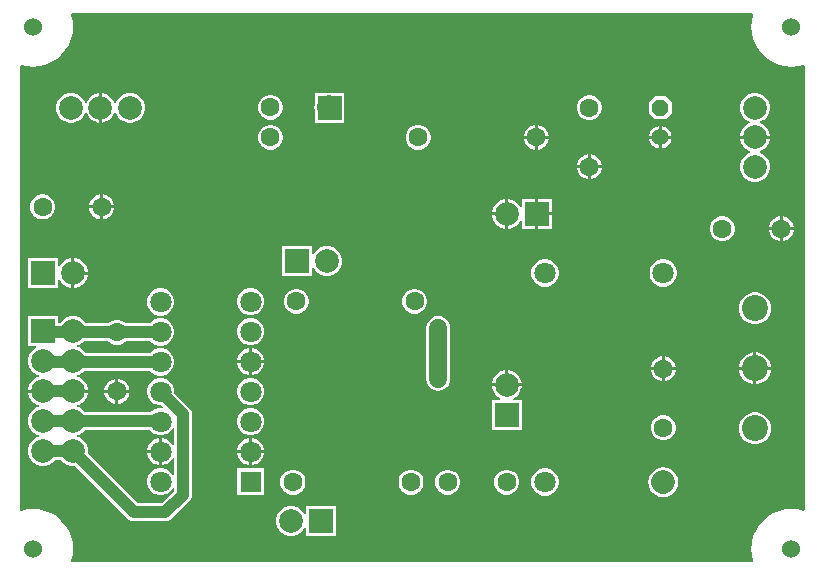
<source format=gtl>
G04*
G04 #@! TF.GenerationSoftware,Altium Limited,Altium Designer,21.2.0 (30)*
G04*
G04 Layer_Physical_Order=1*
G04 Layer_Color=255*
%FSLAX25Y25*%
%MOIN*%
G70*
G04*
G04 #@! TF.SameCoordinates,D78A5DD7-0F4C-42E9-AD24-41DAAD22F730*
G04*
G04*
G04 #@! TF.FilePolarity,Positive*
G04*
G01*
G75*
%ADD15C,0.01000*%
%ADD28C,0.03937*%
%ADD29C,0.05906*%
%ADD30C,0.07874*%
%ADD31C,0.07874*%
%ADD32C,0.06299*%
%ADD33C,0.07087*%
%ADD34C,0.08661*%
%ADD35R,0.07874X0.07874*%
%ADD36R,0.07874X0.07874*%
%ADD37P,0.05966X8X292.5*%
%ADD38C,0.05512*%
%ADD39R,0.07087X0.07087*%
%ADD40C,0.06000*%
%ADD41C,0.02500*%
%ADD42C,0.05000*%
G36*
X251439Y189411D02*
X250985Y187522D01*
X250821Y185433D01*
X250985Y183344D01*
X251474Y181307D01*
X252276Y179371D01*
X253371Y177585D01*
X254732Y175992D01*
X256325Y174631D01*
X258112Y173536D01*
X260047Y172734D01*
X262085Y172245D01*
X264173Y172081D01*
X266262Y172245D01*
X268152Y172699D01*
X268652Y172419D01*
Y24431D01*
X268152Y24151D01*
X266262Y24605D01*
X264173Y24769D01*
X262085Y24605D01*
X260047Y24116D01*
X258112Y23314D01*
X256325Y22219D01*
X254732Y20859D01*
X253371Y19265D01*
X252276Y17479D01*
X251474Y15543D01*
X250985Y13506D01*
X250821Y11417D01*
X250985Y9329D01*
X251439Y7439D01*
X251160Y6939D01*
X24431D01*
X24151Y7439D01*
X24605Y9329D01*
X24769Y11417D01*
X24605Y13506D01*
X24116Y15543D01*
X23314Y17479D01*
X22219Y19265D01*
X20859Y20859D01*
X19265Y22219D01*
X17479Y23314D01*
X15543Y24116D01*
X13506Y24605D01*
X11417Y24769D01*
X9329Y24605D01*
X7439Y24151D01*
X6939Y24431D01*
Y172419D01*
X7439Y172699D01*
X9329Y172245D01*
X11417Y172081D01*
X13506Y172245D01*
X15543Y172734D01*
X17479Y173536D01*
X19265Y174631D01*
X20859Y175992D01*
X22219Y177585D01*
X23314Y179371D01*
X24116Y181307D01*
X24605Y183344D01*
X24769Y185433D01*
X24605Y187522D01*
X24151Y189411D01*
X24431Y189911D01*
X251160D01*
X251439Y189411D01*
D02*
G37*
%LPC*%
G36*
X44351Y163402D02*
X43051D01*
X41795Y163065D01*
X40669Y162415D01*
X39750Y161496D01*
X39100Y160370D01*
X39029Y160106D01*
X38530D01*
X38459Y160370D01*
X37809Y161496D01*
X36890Y162415D01*
X35764Y163065D01*
X34508Y163402D01*
X34358D01*
Y158465D01*
Y153528D01*
X34508D01*
X35764Y153864D01*
X36890Y154514D01*
X37809Y155433D01*
X38459Y156559D01*
X38530Y156823D01*
X39029D01*
X39100Y156559D01*
X39750Y155433D01*
X40669Y154514D01*
X41795Y153864D01*
X43051Y153528D01*
X44351D01*
X45606Y153864D01*
X46732Y154514D01*
X47651Y155433D01*
X48301Y156559D01*
X48638Y157815D01*
Y159115D01*
X48301Y160370D01*
X47651Y161496D01*
X46732Y162415D01*
X45606Y163065D01*
X44351Y163402D01*
D02*
G37*
G36*
X33358D02*
X33208D01*
X31953Y163065D01*
X30827Y162415D01*
X29908Y161496D01*
X29258Y160370D01*
X29187Y160106D01*
X28687D01*
X28616Y160370D01*
X27966Y161496D01*
X27047Y162415D01*
X25921Y163065D01*
X24666Y163402D01*
X23366D01*
X22110Y163065D01*
X20984Y162415D01*
X20065Y161496D01*
X19415Y160370D01*
X19079Y159115D01*
Y157815D01*
X19415Y156559D01*
X20065Y155433D01*
X20984Y154514D01*
X22110Y153864D01*
X23366Y153528D01*
X24666D01*
X25921Y153864D01*
X27047Y154514D01*
X27966Y155433D01*
X28616Y156559D01*
X28687Y156823D01*
X29187D01*
X29258Y156559D01*
X29908Y155433D01*
X30827Y154514D01*
X31953Y153864D01*
X33208Y153528D01*
X33358D01*
Y158465D01*
Y163402D01*
D02*
G37*
G36*
X222350Y162221D02*
X218595D01*
X216717Y160343D01*
Y156587D01*
X218595Y154709D01*
X222350D01*
X224228Y156587D01*
Y160343D01*
X222350Y162221D01*
D02*
G37*
G36*
X91097Y162693D02*
X90005D01*
X88950Y162410D01*
X88003Y161864D01*
X87231Y161091D01*
X86684Y160145D01*
X86402Y159090D01*
Y157997D01*
X86684Y156942D01*
X87231Y155995D01*
X88003Y155223D01*
X88950Y154676D01*
X90005Y154394D01*
X91097D01*
X92153Y154676D01*
X93099Y155223D01*
X93872Y155995D01*
X94418Y156942D01*
X94701Y157997D01*
Y159090D01*
X94418Y160145D01*
X93872Y161091D01*
X93099Y161864D01*
X92153Y162410D01*
X91097Y162693D01*
D02*
G37*
G36*
X197397Y162614D02*
X196304D01*
X195249Y162331D01*
X194302Y161785D01*
X193530Y161012D01*
X192984Y160066D01*
X192701Y159011D01*
Y157918D01*
X192984Y156863D01*
X193530Y155917D01*
X194302Y155144D01*
X195249Y154598D01*
X196304Y154315D01*
X197397D01*
X198452Y154598D01*
X199398Y155144D01*
X200171Y155917D01*
X200717Y156863D01*
X201000Y157918D01*
Y159011D01*
X200717Y160066D01*
X200171Y161012D01*
X199398Y161785D01*
X198452Y162331D01*
X197397Y162614D01*
D02*
G37*
G36*
X110158Y163523D02*
X109236Y163402D01*
X105299D01*
Y159465D01*
X105178Y158543D01*
X105299Y157622D01*
Y153528D01*
X109913D01*
X110236Y153485D01*
X110560Y153528D01*
X115173D01*
Y158141D01*
X115216Y158465D01*
X115173Y158788D01*
Y163402D01*
X111079D01*
X110158Y163523D01*
D02*
G37*
G36*
X220972Y152376D02*
Y149122D01*
X224227D01*
X223972Y150072D01*
X223478Y150928D01*
X222779Y151628D01*
X221922Y152122D01*
X220972Y152376D01*
D02*
G37*
G36*
X219972Y152376D02*
X219023Y152122D01*
X218166Y151628D01*
X217467Y150928D01*
X216972Y150072D01*
X216718Y149122D01*
X219972D01*
Y152376D01*
D02*
G37*
G36*
X252619Y163402D02*
X251319D01*
X250063Y163065D01*
X248937Y162415D01*
X248018Y161496D01*
X247368Y160370D01*
X247031Y159115D01*
Y157815D01*
X247368Y156559D01*
X248018Y155433D01*
X248937Y154514D01*
X250063Y153864D01*
X250327Y153793D01*
Y153293D01*
X250063Y153223D01*
X248937Y152573D01*
X248018Y151653D01*
X247368Y150528D01*
X247031Y149272D01*
Y149122D01*
X251969D01*
X256906D01*
Y149272D01*
X256569Y150528D01*
X255919Y151653D01*
X255000Y152573D01*
X253874Y153223D01*
X253610Y153293D01*
Y153793D01*
X253874Y153864D01*
X255000Y154514D01*
X255919Y155433D01*
X256569Y156559D01*
X256906Y157815D01*
Y159115D01*
X256569Y160370D01*
X255919Y161496D01*
X255000Y162415D01*
X253874Y163065D01*
X252619Y163402D01*
D02*
G37*
G36*
X179680Y152693D02*
X179634D01*
Y149043D01*
X183283D01*
Y149090D01*
X183001Y150145D01*
X182454Y151091D01*
X181682Y151864D01*
X180736Y152410D01*
X179680Y152693D01*
D02*
G37*
G36*
X178634D02*
X178587D01*
X177532Y152410D01*
X176586Y151864D01*
X175813Y151091D01*
X175267Y150145D01*
X174984Y149090D01*
Y149043D01*
X178634D01*
Y152693D01*
D02*
G37*
G36*
X224227Y148122D02*
X220972D01*
Y144868D01*
X221922Y145122D01*
X222779Y145617D01*
X223478Y146316D01*
X223972Y147172D01*
X224227Y148122D01*
D02*
G37*
G36*
X219972D02*
X216718D01*
X216972Y147172D01*
X217467Y146316D01*
X218166Y145617D01*
X219023Y145122D01*
X219972Y144868D01*
Y148122D01*
D02*
G37*
G36*
X183283Y148043D02*
X179634D01*
Y144394D01*
X179680D01*
X180736Y144676D01*
X181682Y145223D01*
X182454Y145995D01*
X183001Y146942D01*
X183283Y147997D01*
Y148043D01*
D02*
G37*
G36*
X178634D02*
X174984D01*
Y147997D01*
X175267Y146942D01*
X175813Y145995D01*
X176586Y145223D01*
X177532Y144676D01*
X178587Y144394D01*
X178634D01*
Y148043D01*
D02*
G37*
G36*
X140310Y152693D02*
X139217D01*
X138162Y152410D01*
X137216Y151864D01*
X136443Y151091D01*
X135897Y150145D01*
X135614Y149090D01*
Y147997D01*
X135897Y146942D01*
X136443Y145995D01*
X137216Y145223D01*
X138162Y144676D01*
X139217Y144394D01*
X140310D01*
X141366Y144676D01*
X142312Y145223D01*
X143084Y145995D01*
X143631Y146942D01*
X143913Y147997D01*
Y149090D01*
X143631Y150145D01*
X143084Y151091D01*
X142312Y151864D01*
X141366Y152410D01*
X140310Y152693D01*
D02*
G37*
G36*
X91097D02*
X90005D01*
X88950Y152410D01*
X88003Y151864D01*
X87231Y151091D01*
X86684Y150145D01*
X86402Y149090D01*
Y147997D01*
X86684Y146942D01*
X87231Y145995D01*
X88003Y145223D01*
X88950Y144676D01*
X90005Y144394D01*
X91097D01*
X92153Y144676D01*
X93099Y145223D01*
X93872Y145995D01*
X94418Y146942D01*
X94701Y147997D01*
Y149090D01*
X94418Y150145D01*
X93872Y151091D01*
X93099Y151864D01*
X92153Y152410D01*
X91097Y152693D01*
D02*
G37*
G36*
X197397Y142929D02*
X197350D01*
Y139279D01*
X201000D01*
Y139326D01*
X200717Y140381D01*
X200171Y141328D01*
X199398Y142100D01*
X198452Y142646D01*
X197397Y142929D01*
D02*
G37*
G36*
X196350D02*
X196304D01*
X195249Y142646D01*
X194302Y142100D01*
X193530Y141328D01*
X192984Y140381D01*
X192701Y139326D01*
Y139279D01*
X196350D01*
Y142929D01*
D02*
G37*
G36*
X201000Y138279D02*
X197350D01*
Y134630D01*
X197397D01*
X198452Y134913D01*
X199398Y135459D01*
X200171Y136232D01*
X200717Y137178D01*
X201000Y138233D01*
Y138279D01*
D02*
G37*
G36*
X196350D02*
X192701D01*
Y138233D01*
X192984Y137178D01*
X193530Y136232D01*
X194302Y135459D01*
X195249Y134913D01*
X196304Y134630D01*
X196350D01*
Y138279D01*
D02*
G37*
G36*
X256906Y148122D02*
X251969D01*
X247031D01*
Y147972D01*
X247368Y146716D01*
X248018Y145591D01*
X248937Y144671D01*
X250063Y144021D01*
X250327Y143951D01*
Y143451D01*
X250063Y143380D01*
X248937Y142730D01*
X248018Y141811D01*
X247368Y140685D01*
X247031Y139429D01*
Y138130D01*
X247368Y136874D01*
X248018Y135748D01*
X248937Y134829D01*
X250063Y134179D01*
X251319Y133843D01*
X252619D01*
X253874Y134179D01*
X255000Y134829D01*
X255919Y135748D01*
X256569Y136874D01*
X256906Y138130D01*
Y139429D01*
X256569Y140685D01*
X255919Y141811D01*
X255000Y142730D01*
X253874Y143380D01*
X253610Y143451D01*
Y143951D01*
X253874Y144021D01*
X255000Y144671D01*
X255919Y145591D01*
X256569Y146716D01*
X256906Y147972D01*
Y148122D01*
D02*
G37*
G36*
X34798Y129543D02*
X34752D01*
Y125894D01*
X38402D01*
Y125940D01*
X38119Y126995D01*
X37573Y127942D01*
X36800Y128714D01*
X35854Y129261D01*
X34798Y129543D01*
D02*
G37*
G36*
X33752D02*
X33706D01*
X32650Y129261D01*
X31704Y128714D01*
X30931Y127942D01*
X30385Y126995D01*
X30102Y125940D01*
Y125894D01*
X33752D01*
Y129543D01*
D02*
G37*
G36*
X178791Y127969D02*
X174354D01*
Y125347D01*
X174269Y125283D01*
X173616Y125416D01*
X173242Y126063D01*
X172323Y126982D01*
X171197Y127632D01*
X169941Y127969D01*
X169791D01*
Y123031D01*
Y118095D01*
X169941D01*
X171197Y118431D01*
X172323Y119081D01*
X173242Y120000D01*
X173616Y120647D01*
X174269Y120780D01*
X174354Y120716D01*
Y118095D01*
X178791D01*
Y123031D01*
Y127969D01*
D02*
G37*
G36*
X184228D02*
X179791D01*
Y123531D01*
X184228D01*
Y127969D01*
D02*
G37*
G36*
X168791D02*
X168641D01*
X167386Y127632D01*
X166260Y126982D01*
X165341Y126063D01*
X164691Y124937D01*
X164354Y123681D01*
Y123531D01*
X168791D01*
Y127969D01*
D02*
G37*
G36*
X38402Y124894D02*
X34752D01*
Y121244D01*
X34798D01*
X35854Y121527D01*
X36800Y122073D01*
X37573Y122846D01*
X38119Y123792D01*
X38402Y124847D01*
Y124894D01*
D02*
G37*
G36*
X33752D02*
X30102D01*
Y124847D01*
X30385Y123792D01*
X30931Y122846D01*
X31704Y122073D01*
X32650Y121527D01*
X33706Y121244D01*
X33752D01*
Y124894D01*
D02*
G37*
G36*
X15113Y129543D02*
X14021D01*
X12965Y129261D01*
X12019Y128714D01*
X11246Y127942D01*
X10700Y126995D01*
X10417Y125940D01*
Y124847D01*
X10700Y123792D01*
X11246Y122846D01*
X12019Y122073D01*
X12965Y121527D01*
X14021Y121244D01*
X15113D01*
X16169Y121527D01*
X17115Y122073D01*
X17887Y122846D01*
X18434Y123792D01*
X18717Y124847D01*
Y125940D01*
X18434Y126995D01*
X17887Y127942D01*
X17115Y128714D01*
X16169Y129261D01*
X15113Y129543D01*
D02*
G37*
G36*
X261373Y122260D02*
X261327D01*
Y118610D01*
X264976D01*
Y118657D01*
X264694Y119712D01*
X264147Y120658D01*
X263375Y121431D01*
X262428Y121977D01*
X261373Y122260D01*
D02*
G37*
G36*
X260327D02*
X260280D01*
X259225Y121977D01*
X258279Y121431D01*
X257506Y120658D01*
X256960Y119712D01*
X256677Y118657D01*
Y118610D01*
X260327D01*
Y122260D01*
D02*
G37*
G36*
X184228Y122531D02*
X179791D01*
Y118095D01*
X184228D01*
Y122531D01*
D02*
G37*
G36*
X168791D02*
X164354D01*
Y122381D01*
X164691Y121126D01*
X165341Y120000D01*
X166260Y119081D01*
X167386Y118431D01*
X168641Y118095D01*
X168791D01*
Y122531D01*
D02*
G37*
G36*
X264976Y117610D02*
X261327D01*
Y113961D01*
X261373D01*
X262428Y114243D01*
X263375Y114790D01*
X264147Y115562D01*
X264694Y116508D01*
X264976Y117564D01*
Y117610D01*
D02*
G37*
G36*
X260327D02*
X256677D01*
Y117564D01*
X256960Y116508D01*
X257506Y115562D01*
X258279Y114790D01*
X259225Y114243D01*
X260280Y113961D01*
X260327D01*
Y117610D01*
D02*
G37*
G36*
X241688Y122260D02*
X240595D01*
X239540Y121977D01*
X238594Y121431D01*
X237821Y120658D01*
X237275Y119712D01*
X236992Y118657D01*
Y117564D01*
X237275Y116508D01*
X237821Y115562D01*
X238594Y114790D01*
X239540Y114243D01*
X240595Y113961D01*
X241688D01*
X242743Y114243D01*
X243690Y114790D01*
X244462Y115562D01*
X245008Y116508D01*
X245291Y117564D01*
Y118657D01*
X245008Y119712D01*
X244462Y120658D01*
X243690Y121431D01*
X242743Y121977D01*
X241688Y122260D01*
D02*
G37*
G36*
X110059Y112221D02*
X108759D01*
X107504Y111884D01*
X106378Y111234D01*
X105459Y110315D01*
X105085Y109668D01*
X104431Y109535D01*
X104347Y109599D01*
Y112221D01*
X94472D01*
Y102347D01*
X104347D01*
Y104968D01*
X104431Y105032D01*
X105085Y104899D01*
X105459Y104252D01*
X106378Y103333D01*
X107504Y102683D01*
X108759Y102347D01*
X110059D01*
X111315Y102683D01*
X112441Y103333D01*
X113360Y104252D01*
X114010Y105378D01*
X114347Y106633D01*
Y107933D01*
X114010Y109189D01*
X113360Y110315D01*
X112441Y111234D01*
X111315Y111884D01*
X110059Y112221D01*
D02*
G37*
G36*
X24185Y108283D02*
X24035D01*
X22779Y107947D01*
X21654Y107297D01*
X20734Y106378D01*
X20361Y105731D01*
X19707Y105598D01*
X19622Y105662D01*
Y108283D01*
X9748D01*
Y98409D01*
X19622D01*
Y101031D01*
X19707Y101095D01*
X20361Y100962D01*
X20734Y100315D01*
X21654Y99396D01*
X22779Y98746D01*
X24035Y98409D01*
X24185D01*
Y103347D01*
Y108283D01*
D02*
G37*
G36*
X25335D02*
X25185D01*
Y103847D01*
X29622D01*
Y103996D01*
X29286Y105252D01*
X28636Y106378D01*
X27716Y107297D01*
X26591Y107947D01*
X25335Y108283D01*
D02*
G37*
G36*
X222055Y107890D02*
X220859D01*
X219703Y107580D01*
X218667Y106982D01*
X217821Y106136D01*
X217223Y105100D01*
X216913Y103945D01*
Y102748D01*
X217223Y101593D01*
X217821Y100557D01*
X218667Y99711D01*
X219703Y99113D01*
X220859Y98803D01*
X222055D01*
X223210Y99113D01*
X224246Y99711D01*
X225092Y100557D01*
X225690Y101593D01*
X226000Y102748D01*
Y103945D01*
X225690Y105100D01*
X225092Y106136D01*
X224246Y106982D01*
X223210Y107580D01*
X222055Y107890D01*
D02*
G37*
G36*
X182685D02*
X181489D01*
X180333Y107580D01*
X179297Y106982D01*
X178451Y106136D01*
X177853Y105100D01*
X177543Y103945D01*
Y102748D01*
X177853Y101593D01*
X178451Y100557D01*
X179297Y99711D01*
X180333Y99113D01*
X181489Y98803D01*
X182685D01*
X183840Y99113D01*
X184876Y99711D01*
X185722Y100557D01*
X186320Y101593D01*
X186630Y102748D01*
Y103945D01*
X186320Y105100D01*
X185722Y106136D01*
X184876Y106982D01*
X183840Y107580D01*
X182685Y107890D01*
D02*
G37*
G36*
X29622Y102847D02*
X25185D01*
Y98409D01*
X25335D01*
X26591Y98746D01*
X27716Y99396D01*
X28636Y100315D01*
X29286Y101441D01*
X29622Y102697D01*
Y102847D01*
D02*
G37*
G36*
X139129Y98047D02*
X138036D01*
X136981Y97764D01*
X136035Y97218D01*
X135262Y96446D01*
X134716Y95499D01*
X134433Y94444D01*
Y93351D01*
X134716Y92296D01*
X135262Y91350D01*
X136035Y90577D01*
X136981Y90031D01*
X138036Y89748D01*
X139129D01*
X140184Y90031D01*
X141131Y90577D01*
X141903Y91350D01*
X142449Y92296D01*
X142732Y93351D01*
Y94444D01*
X142449Y95499D01*
X141903Y96446D01*
X141131Y97218D01*
X140184Y97764D01*
X139129Y98047D01*
D02*
G37*
G36*
X99759D02*
X98666D01*
X97611Y97764D01*
X96665Y97218D01*
X95892Y96446D01*
X95346Y95499D01*
X95063Y94444D01*
Y93351D01*
X95346Y92296D01*
X95892Y91350D01*
X96665Y90577D01*
X97611Y90031D01*
X98666Y89748D01*
X99759D01*
X100814Y90031D01*
X101760Y90577D01*
X102533Y91350D01*
X103079Y92296D01*
X103362Y93351D01*
Y94444D01*
X103079Y95499D01*
X102533Y96446D01*
X101760Y97218D01*
X100814Y97764D01*
X99759Y98047D01*
D02*
G37*
G36*
X84496Y98362D02*
X83299D01*
X82144Y98053D01*
X81108Y97454D01*
X80262Y96609D01*
X79664Y95573D01*
X79354Y94417D01*
Y93221D01*
X79664Y92065D01*
X80262Y91029D01*
X81108Y90183D01*
X82144Y89585D01*
X83299Y89276D01*
X84496D01*
X85651Y89585D01*
X86687Y90183D01*
X87533Y91029D01*
X88131Y92065D01*
X88441Y93221D01*
Y94417D01*
X88131Y95573D01*
X87533Y96609D01*
X86687Y97454D01*
X85651Y98053D01*
X84496Y98362D01*
D02*
G37*
G36*
X54496Y98264D02*
X53299D01*
X52144Y97954D01*
X51108Y97356D01*
X50262Y96510D01*
X49664Y95474D01*
X49354Y94319D01*
Y93122D01*
X49664Y91967D01*
X50262Y90931D01*
X51108Y90085D01*
X52144Y89487D01*
X53299Y89177D01*
X54496D01*
X55651Y89487D01*
X56687Y90085D01*
X57533Y90931D01*
X58131Y91967D01*
X58441Y93122D01*
Y94319D01*
X58131Y95474D01*
X57533Y96510D01*
X56687Y97356D01*
X55651Y97954D01*
X54496Y98264D01*
D02*
G37*
G36*
X25335Y88913D02*
X24035D01*
X22779Y88577D01*
X21654Y87927D01*
X20734Y87008D01*
X20639Y86843D01*
X19622D01*
Y88913D01*
X9748D01*
Y79039D01*
X12369D01*
X12433Y78954D01*
X12301Y78300D01*
X11654Y77927D01*
X10734Y77008D01*
X10085Y75882D01*
X9748Y74626D01*
Y73326D01*
X10085Y72071D01*
X10734Y70945D01*
X11654Y70026D01*
X12779Y69376D01*
X13304Y69235D01*
Y68718D01*
X12779Y68577D01*
X11654Y67927D01*
X10734Y67008D01*
X10085Y65882D01*
X9748Y64626D01*
Y64476D01*
X14685D01*
Y63476D01*
X9748D01*
Y63326D01*
X10085Y62071D01*
X10734Y60945D01*
X11654Y60026D01*
X12779Y59376D01*
X13304Y59235D01*
Y58718D01*
X12779Y58577D01*
X11654Y57927D01*
X10734Y57008D01*
X10085Y55882D01*
X9748Y54626D01*
Y53326D01*
X10085Y52071D01*
X10734Y50945D01*
X11654Y50026D01*
X12779Y49376D01*
X13304Y49235D01*
Y48718D01*
X12779Y48577D01*
X11654Y47927D01*
X10734Y47008D01*
X10085Y45882D01*
X9748Y44626D01*
Y43326D01*
X10085Y42071D01*
X10734Y40945D01*
X11654Y40026D01*
X12779Y39376D01*
X14035Y39039D01*
X15335D01*
X16591Y39376D01*
X17716Y40026D01*
X18636Y40945D01*
X18657Y40982D01*
X20713D01*
X20734Y40945D01*
X21654Y40026D01*
X22779Y39376D01*
X24035Y39039D01*
X25335D01*
X25377Y39050D01*
X42922Y21505D01*
X43542Y21029D01*
X44264Y20730D01*
X45039Y20628D01*
X55512D01*
X56287Y20730D01*
X57009Y21029D01*
X57629Y21505D01*
X63534Y27410D01*
X64010Y28030D01*
X64134Y28330D01*
X64309Y28753D01*
X64411Y29528D01*
Y56299D01*
X64309Y57074D01*
X64010Y57796D01*
X63534Y58416D01*
X58441Y63510D01*
Y64417D01*
X58131Y65573D01*
X57533Y66609D01*
X56687Y67454D01*
X55651Y68053D01*
X54496Y68362D01*
X53299D01*
X52144Y68053D01*
X51108Y67454D01*
X50262Y66609D01*
X49664Y65573D01*
X49354Y64417D01*
Y63221D01*
X49664Y62065D01*
X50262Y61029D01*
X51108Y60183D01*
X52144Y59585D01*
X53299Y59276D01*
X54207D01*
X54708Y58774D01*
X54413Y58362D01*
X53299D01*
X52144Y58053D01*
X51108Y57454D01*
X50545Y56892D01*
X28703D01*
X28636Y57008D01*
X27716Y57927D01*
X26591Y58577D01*
X26066Y58718D01*
Y59235D01*
X26591Y59376D01*
X27716Y60026D01*
X28636Y60945D01*
X29286Y62071D01*
X29622Y63326D01*
Y63476D01*
X24685D01*
Y64476D01*
X29622D01*
Y64626D01*
X29286Y65882D01*
X28636Y67008D01*
X27716Y67927D01*
X26591Y68577D01*
X26066Y68718D01*
Y69235D01*
X26591Y69376D01*
X27716Y70026D01*
X28545Y70854D01*
X50339D01*
X51108Y70085D01*
X52144Y69487D01*
X53299Y69177D01*
X54496D01*
X55651Y69487D01*
X56687Y70085D01*
X57533Y70931D01*
X58131Y71967D01*
X58441Y73122D01*
Y74319D01*
X58131Y75474D01*
X57533Y76510D01*
X56687Y77356D01*
X55651Y77954D01*
X54496Y78264D01*
X53299D01*
X52144Y77954D01*
X51108Y77356D01*
X50595Y76843D01*
X28731D01*
X28636Y77008D01*
X27716Y77927D01*
X26591Y78577D01*
X26066Y78718D01*
Y79235D01*
X26591Y79376D01*
X27716Y80026D01*
X28545Y80854D01*
X36309D01*
X36822Y80341D01*
X37768Y79795D01*
X38824Y79512D01*
X39916D01*
X40972Y79795D01*
X41918Y80341D01*
X42431Y80854D01*
X50339D01*
X51108Y80085D01*
X52144Y79487D01*
X53299Y79177D01*
X54496D01*
X55651Y79487D01*
X56687Y80085D01*
X57533Y80931D01*
X58131Y81967D01*
X58441Y83122D01*
Y84319D01*
X58131Y85474D01*
X57533Y86510D01*
X56687Y87356D01*
X55651Y87954D01*
X54496Y88264D01*
X53299D01*
X52144Y87954D01*
X51108Y87356D01*
X50595Y86843D01*
X42057D01*
X41918Y86982D01*
X40972Y87528D01*
X39916Y87811D01*
X38824D01*
X37768Y87528D01*
X36822Y86982D01*
X36683Y86843D01*
X28731D01*
X28636Y87008D01*
X27716Y87927D01*
X26591Y88577D01*
X25335Y88913D01*
D02*
G37*
G36*
X252670Y96866D02*
X251267D01*
X249911Y96503D01*
X248695Y95801D01*
X247703Y94809D01*
X247001Y93593D01*
X246638Y92237D01*
Y90834D01*
X247001Y89478D01*
X247703Y88262D01*
X248695Y87270D01*
X249911Y86568D01*
X251267Y86205D01*
X252670D01*
X254026Y86568D01*
X255242Y87270D01*
X256234Y88262D01*
X256936Y89478D01*
X257299Y90834D01*
Y92237D01*
X256936Y93593D01*
X256234Y94809D01*
X255242Y95801D01*
X254026Y96503D01*
X252670Y96866D01*
D02*
G37*
G36*
X84496Y88362D02*
X83299D01*
X82144Y88053D01*
X81108Y87454D01*
X80262Y86609D01*
X79664Y85573D01*
X79354Y84417D01*
Y83221D01*
X79664Y82065D01*
X80262Y81029D01*
X81108Y80183D01*
X82144Y79585D01*
X83299Y79276D01*
X84496D01*
X85651Y79585D01*
X86687Y80183D01*
X87533Y81029D01*
X88131Y82065D01*
X88441Y83221D01*
Y84417D01*
X88131Y85573D01*
X87533Y86609D01*
X86687Y87454D01*
X85651Y88053D01*
X84496Y88362D01*
D02*
G37*
G36*
Y78362D02*
X84398D01*
Y74319D01*
X88441D01*
Y74417D01*
X88131Y75573D01*
X87533Y76609D01*
X86687Y77454D01*
X85651Y78053D01*
X84496Y78362D01*
D02*
G37*
G36*
X83398D02*
X83299D01*
X82144Y78053D01*
X81108Y77454D01*
X80262Y76609D01*
X79664Y75573D01*
X79354Y74417D01*
Y74319D01*
X83398D01*
Y78362D01*
D02*
G37*
G36*
X252670Y76866D02*
X252468D01*
Y72035D01*
X257299D01*
Y72237D01*
X256936Y73593D01*
X256234Y74809D01*
X255242Y75801D01*
X254026Y76503D01*
X252670Y76866D01*
D02*
G37*
G36*
X251468D02*
X251267D01*
X249911Y76503D01*
X248695Y75801D01*
X247703Y74809D01*
X247001Y73593D01*
X246638Y72237D01*
Y72035D01*
X251468D01*
Y76866D01*
D02*
G37*
G36*
X222003Y75606D02*
X221957D01*
Y71957D01*
X225606D01*
Y72003D01*
X225324Y73058D01*
X224777Y74005D01*
X224005Y74777D01*
X223058Y75323D01*
X222003Y75606D01*
D02*
G37*
G36*
X220957D02*
X220910D01*
X219855Y75323D01*
X218909Y74777D01*
X218136Y74005D01*
X217590Y73058D01*
X217307Y72003D01*
Y71957D01*
X220957D01*
Y75606D01*
D02*
G37*
G36*
X88441Y73319D02*
X84398D01*
Y69276D01*
X84496D01*
X85651Y69585D01*
X86687Y70183D01*
X87533Y71029D01*
X88131Y72065D01*
X88441Y73221D01*
Y73319D01*
D02*
G37*
G36*
X83398D02*
X79354D01*
Y73221D01*
X79664Y72065D01*
X80262Y71029D01*
X81108Y70183D01*
X82144Y69585D01*
X83299Y69276D01*
X83398D01*
Y73319D01*
D02*
G37*
G36*
X225606Y70957D02*
X221957D01*
Y67307D01*
X222003D01*
X223058Y67590D01*
X224005Y68136D01*
X224777Y68909D01*
X225324Y69855D01*
X225606Y70910D01*
Y70957D01*
D02*
G37*
G36*
X220957D02*
X217307D01*
Y70910D01*
X217590Y69855D01*
X218136Y68909D01*
X218909Y68136D01*
X219855Y67590D01*
X220910Y67307D01*
X220957D01*
Y70957D01*
D02*
G37*
G36*
X169941Y71039D02*
X169791D01*
Y66602D01*
X174228D01*
Y66752D01*
X173892Y68008D01*
X173242Y69134D01*
X172323Y70053D01*
X171197Y70703D01*
X169941Y71039D01*
D02*
G37*
G36*
X168791D02*
X168641D01*
X167386Y70703D01*
X166260Y70053D01*
X165341Y69134D01*
X164691Y68008D01*
X164354Y66752D01*
Y66602D01*
X168791D01*
Y71039D01*
D02*
G37*
G36*
X257299Y71035D02*
X252468D01*
Y66205D01*
X252670D01*
X254026Y66568D01*
X255242Y67270D01*
X256234Y68262D01*
X256936Y69478D01*
X257299Y70834D01*
Y71035D01*
D02*
G37*
G36*
X251468D02*
X246638D01*
Y70834D01*
X247001Y69478D01*
X247703Y68262D01*
X248695Y67270D01*
X249911Y66568D01*
X251267Y66205D01*
X251468D01*
Y71035D01*
D02*
G37*
G36*
X39916Y68126D02*
X39870D01*
Y64476D01*
X43520D01*
Y64523D01*
X43237Y65578D01*
X42691Y66524D01*
X41918Y67297D01*
X40972Y67843D01*
X39916Y68126D01*
D02*
G37*
G36*
X38870D02*
X38824D01*
X37768Y67843D01*
X36822Y67297D01*
X36050Y66524D01*
X35503Y65578D01*
X35221Y64523D01*
Y64476D01*
X38870D01*
Y68126D01*
D02*
G37*
G36*
X146457Y89026D02*
X145425Y88890D01*
X144463Y88492D01*
X143638Y87858D01*
X143004Y87033D01*
X142606Y86071D01*
X142470Y85039D01*
Y68110D01*
X142606Y67078D01*
X143004Y66117D01*
X143638Y65291D01*
X144463Y64657D01*
X145425Y64259D01*
X146457Y64123D01*
X147489Y64259D01*
X148450Y64657D01*
X149276Y65291D01*
X149909Y66117D01*
X150308Y67078D01*
X150444Y68110D01*
Y85039D01*
X150308Y86071D01*
X149909Y87033D01*
X149276Y87858D01*
X148450Y88492D01*
X147489Y88890D01*
X146457Y89026D01*
D02*
G37*
G36*
X43520Y63476D02*
X39870D01*
Y59827D01*
X39916D01*
X40972Y60110D01*
X41918Y60656D01*
X42691Y61428D01*
X43237Y62375D01*
X43520Y63430D01*
Y63476D01*
D02*
G37*
G36*
X38870D02*
X35221D01*
Y63430D01*
X35503Y62375D01*
X36050Y61428D01*
X36822Y60656D01*
X37768Y60110D01*
X38824Y59827D01*
X38870D01*
Y63476D01*
D02*
G37*
G36*
X84496Y68362D02*
X83299D01*
X82144Y68053D01*
X81108Y67454D01*
X80262Y66609D01*
X79664Y65573D01*
X79354Y64417D01*
Y63221D01*
X79664Y62065D01*
X80262Y61029D01*
X81108Y60183D01*
X82144Y59585D01*
X83299Y59276D01*
X84496D01*
X85651Y59585D01*
X86687Y60183D01*
X87533Y61029D01*
X88131Y62065D01*
X88441Y63221D01*
Y64417D01*
X88131Y65573D01*
X87533Y66609D01*
X86687Y67454D01*
X85651Y68053D01*
X84496Y68362D01*
D02*
G37*
G36*
X174228Y65602D02*
X169291D01*
X164354D01*
Y65452D01*
X164691Y64197D01*
X165341Y63071D01*
X166260Y62152D01*
X166907Y61778D01*
X167040Y61124D01*
X166976Y61039D01*
X164354D01*
Y51165D01*
X174228D01*
Y61039D01*
X171607D01*
X171543Y61124D01*
X171676Y61778D01*
X172323Y62152D01*
X173242Y63071D01*
X173892Y64197D01*
X174228Y65452D01*
Y65602D01*
D02*
G37*
G36*
X84496Y58362D02*
X83299D01*
X82144Y58053D01*
X81108Y57454D01*
X80262Y56609D01*
X79664Y55573D01*
X79354Y54417D01*
Y53221D01*
X79664Y52065D01*
X80262Y51029D01*
X81108Y50183D01*
X82144Y49585D01*
X83299Y49276D01*
X84496D01*
X85651Y49585D01*
X86687Y50183D01*
X87533Y51029D01*
X88131Y52065D01*
X88441Y53221D01*
Y54417D01*
X88131Y55573D01*
X87533Y56609D01*
X86687Y57454D01*
X85651Y58053D01*
X84496Y58362D01*
D02*
G37*
G36*
X222003Y55921D02*
X220910D01*
X219855Y55638D01*
X218909Y55092D01*
X218136Y54320D01*
X217590Y53373D01*
X217307Y52318D01*
Y51225D01*
X217590Y50170D01*
X218136Y49224D01*
X218909Y48451D01*
X219855Y47905D01*
X220910Y47622D01*
X222003D01*
X223058Y47905D01*
X224005Y48451D01*
X224777Y49224D01*
X225324Y50170D01*
X225606Y51225D01*
Y52318D01*
X225324Y53373D01*
X224777Y54320D01*
X224005Y55092D01*
X223058Y55638D01*
X222003Y55921D01*
D02*
G37*
G36*
X252670Y56866D02*
X251267D01*
X249911Y56503D01*
X248695Y55801D01*
X247703Y54809D01*
X247001Y53593D01*
X246638Y52237D01*
Y50834D01*
X247001Y49478D01*
X247703Y48262D01*
X248695Y47270D01*
X249911Y46568D01*
X251267Y46205D01*
X252670D01*
X254026Y46568D01*
X255242Y47270D01*
X256234Y48262D01*
X256936Y49478D01*
X257299Y50834D01*
Y52237D01*
X256936Y53593D01*
X256234Y54809D01*
X255242Y55801D01*
X254026Y56503D01*
X252670Y56866D01*
D02*
G37*
G36*
X84496Y48362D02*
X84398D01*
Y44319D01*
X88441D01*
Y44417D01*
X88131Y45573D01*
X87533Y46609D01*
X86687Y47455D01*
X85651Y48053D01*
X84496Y48362D01*
D02*
G37*
G36*
X83398D02*
X83299D01*
X82144Y48053D01*
X81108Y47455D01*
X80262Y46609D01*
X79664Y45573D01*
X79354Y44417D01*
Y44319D01*
X83398D01*
Y48362D01*
D02*
G37*
G36*
X88441Y43319D02*
X84398D01*
Y39276D01*
X84496D01*
X85651Y39585D01*
X86687Y40183D01*
X87533Y41029D01*
X88131Y42065D01*
X88441Y43221D01*
Y43319D01*
D02*
G37*
G36*
X83398D02*
X79354D01*
Y43221D01*
X79664Y42065D01*
X80262Y41029D01*
X81108Y40183D01*
X82144Y39585D01*
X83299Y39276D01*
X83398D01*
Y43319D01*
D02*
G37*
G36*
X137948Y37811D02*
X136855D01*
X135800Y37528D01*
X134854Y36982D01*
X134081Y36209D01*
X133535Y35263D01*
X133252Y34208D01*
Y33115D01*
X133535Y32060D01*
X134081Y31113D01*
X134854Y30341D01*
X135800Y29795D01*
X136855Y29512D01*
X137948D01*
X139003Y29795D01*
X139950Y30341D01*
X140722Y31113D01*
X141268Y32060D01*
X141551Y33115D01*
Y34208D01*
X141268Y35263D01*
X140722Y36209D01*
X139950Y36982D01*
X139003Y37528D01*
X137948Y37811D01*
D02*
G37*
G36*
X98578D02*
X97485D01*
X96430Y37528D01*
X95484Y36982D01*
X94711Y36209D01*
X94165Y35263D01*
X93882Y34208D01*
Y33115D01*
X94165Y32060D01*
X94711Y31113D01*
X95484Y30341D01*
X96430Y29795D01*
X97485Y29512D01*
X98578D01*
X99633Y29795D01*
X100579Y30341D01*
X101352Y31113D01*
X101898Y32060D01*
X102181Y33115D01*
Y34208D01*
X101898Y35263D01*
X101352Y36209D01*
X100579Y36982D01*
X99633Y37528D01*
X98578Y37811D01*
D02*
G37*
G36*
X169838Y37811D02*
X168745D01*
X167690Y37528D01*
X166743Y36982D01*
X165971Y36209D01*
X165425Y35263D01*
X165142Y34208D01*
Y33115D01*
X165425Y32060D01*
X165971Y31113D01*
X166743Y30341D01*
X167690Y29795D01*
X168745Y29512D01*
X169838D01*
X170893Y29795D01*
X171839Y30341D01*
X172612Y31113D01*
X173158Y32060D01*
X173441Y33115D01*
Y34208D01*
X173158Y35263D01*
X172612Y36209D01*
X171839Y36982D01*
X170893Y37528D01*
X169838Y37811D01*
D02*
G37*
G36*
X150153D02*
X149060D01*
X148005Y37528D01*
X147058Y36982D01*
X146286Y36209D01*
X145739Y35263D01*
X145457Y34208D01*
Y33115D01*
X145739Y32060D01*
X146286Y31113D01*
X147058Y30341D01*
X148005Y29795D01*
X149060Y29512D01*
X150153D01*
X151208Y29795D01*
X152154Y30341D01*
X152927Y31113D01*
X153473Y32060D01*
X153756Y33115D01*
Y34208D01*
X153473Y35263D01*
X152927Y36209D01*
X152154Y36982D01*
X151208Y37528D01*
X150153Y37811D01*
D02*
G37*
G36*
X88441Y38362D02*
X79354D01*
Y29276D01*
X88441D01*
Y38362D01*
D02*
G37*
G36*
X182685Y38205D02*
X181489D01*
X180333Y37895D01*
X179297Y37297D01*
X178451Y36451D01*
X177853Y35415D01*
X177543Y34260D01*
Y33063D01*
X177853Y31908D01*
X178451Y30872D01*
X179297Y30026D01*
X180333Y29428D01*
X181489Y29118D01*
X182685D01*
X183840Y29428D01*
X184876Y30026D01*
X185722Y30872D01*
X186320Y31908D01*
X186630Y33063D01*
Y34260D01*
X186320Y35415D01*
X185722Y36451D01*
X184876Y37297D01*
X183840Y37895D01*
X182685Y38205D01*
D02*
G37*
G36*
X221457Y38641D02*
X220168Y38471D01*
X218967Y37974D01*
X217936Y37183D01*
X217144Y36151D01*
X216647Y34950D01*
X216477Y33661D01*
X216647Y32373D01*
X217144Y31172D01*
X217936Y30140D01*
X218967Y29349D01*
X220168Y28852D01*
X221457Y28682D01*
X222745Y28852D01*
X223946Y29349D01*
X224978Y30140D01*
X225769Y31172D01*
X226267Y32373D01*
X226436Y33661D01*
X226267Y34950D01*
X225769Y36151D01*
X224978Y37183D01*
X223946Y37974D01*
X222745Y38471D01*
X221457Y38641D01*
D02*
G37*
G36*
X112299Y25606D02*
X102425D01*
Y22985D01*
X102340Y22921D01*
X101686Y23054D01*
X101313Y23701D01*
X100394Y24620D01*
X99268Y25270D01*
X98012Y25606D01*
X96712D01*
X95457Y25270D01*
X94331Y24620D01*
X93412Y23701D01*
X92762Y22575D01*
X92425Y21319D01*
Y20019D01*
X92762Y18764D01*
X93412Y17638D01*
X94331Y16719D01*
X95457Y16069D01*
X96712Y15732D01*
X98012D01*
X99268Y16069D01*
X100394Y16719D01*
X101313Y17638D01*
X101686Y18285D01*
X102340Y18418D01*
X102425Y18354D01*
Y15732D01*
X112299D01*
Y25606D01*
D02*
G37*
%LPD*%
G36*
X58423Y51571D02*
Y46067D01*
X57923Y45933D01*
X57533Y46609D01*
X56687Y47455D01*
X55651Y48053D01*
X54496Y48362D01*
X54398D01*
Y43819D01*
Y39276D01*
X54496D01*
X55651Y39585D01*
X56687Y40183D01*
X57533Y41029D01*
X57923Y41705D01*
X58423Y41571D01*
Y36067D01*
X57923Y35933D01*
X57533Y36609D01*
X56687Y37455D01*
X55651Y38053D01*
X54496Y38362D01*
X53299D01*
X52144Y38053D01*
X51108Y37455D01*
X50262Y36609D01*
X49664Y35573D01*
X49354Y34417D01*
Y33221D01*
X49664Y32065D01*
X50262Y31029D01*
X51108Y30183D01*
X52144Y29585D01*
X53299Y29276D01*
X54496D01*
X55651Y29585D01*
X56687Y30183D01*
X57533Y31029D01*
X57923Y31705D01*
X58423Y31571D01*
Y30768D01*
X54272Y26616D01*
X46280D01*
X29611Y43285D01*
X29622Y43326D01*
Y44626D01*
X29286Y45882D01*
X28636Y47008D01*
X27716Y47927D01*
X26591Y48577D01*
X26066Y48718D01*
Y49235D01*
X26591Y49376D01*
X27716Y50026D01*
X28594Y50903D01*
X50388D01*
X51108Y50183D01*
X52144Y49585D01*
X53299Y49276D01*
X54496D01*
X55651Y49585D01*
X56687Y50183D01*
X57533Y51029D01*
X57923Y51705D01*
X58423Y51571D01*
D02*
G37*
%LPC*%
G36*
X53398Y48362D02*
X53299D01*
X52144Y48053D01*
X51108Y47455D01*
X50262Y46609D01*
X49664Y45573D01*
X49354Y44417D01*
Y44319D01*
X53398D01*
Y48362D01*
D02*
G37*
G36*
Y43319D02*
X49354D01*
Y43221D01*
X49664Y42065D01*
X50262Y41029D01*
X51108Y40183D01*
X52144Y39585D01*
X53299Y39276D01*
X53398D01*
Y43319D01*
D02*
G37*
%LPD*%
D15*
X182579Y102854D02*
X183071Y103347D01*
X249895Y51535D02*
X251969D01*
X97697Y33327D02*
X98032Y33661D01*
X97362Y20669D02*
X97697Y21004D01*
X149606Y33661D02*
X149606Y33661D01*
X99213Y107087D02*
X99410Y107283D01*
D28*
X14685Y63976D02*
X24685D01*
X14813Y83848D02*
X53770D01*
X53898Y83720D01*
X14685Y83976D02*
X14813Y83848D01*
Y73848D02*
X53770D01*
X14685Y73976D02*
X14813Y73848D01*
X53770D02*
X53898Y73721D01*
X24685Y43976D02*
X45039Y23622D01*
X53898Y63819D02*
X61417Y56299D01*
Y29528D02*
Y56299D01*
X55512Y23622D02*
X61417Y29528D01*
X45039Y23622D02*
X55512D01*
X14685Y43976D02*
X24685D01*
X14685Y53976D02*
X14764Y53898D01*
X53819D02*
X53898Y53819D01*
X14764Y53898D02*
X53819D01*
D29*
X146457Y68110D02*
Y85039D01*
D30*
X110158Y158543D02*
X110236Y158465D01*
X221457Y33661D02*
X221457Y33661D01*
X251818Y51686D02*
X251969Y51535D01*
D31*
X24016Y158465D02*
D03*
X33858D02*
D03*
X43701D02*
D03*
X24685Y103347D02*
D03*
Y43976D02*
D03*
Y63976D02*
D03*
Y53976D02*
D03*
X14685Y43976D02*
D03*
Y53976D02*
D03*
X24685Y83976D02*
D03*
X14685Y73976D02*
D03*
X24685D02*
D03*
X14685Y63976D02*
D03*
X251969Y158465D02*
D03*
Y148622D02*
D03*
Y138779D02*
D03*
X169291Y123031D02*
D03*
X109409Y107283D02*
D03*
X97362Y20669D02*
D03*
X169291Y66102D02*
D03*
D32*
X137402Y33661D02*
D03*
X98032D02*
D03*
X90551Y148543D02*
D03*
Y158543D02*
D03*
X14567Y125394D02*
D03*
X34252D02*
D03*
X39370Y63976D02*
D03*
Y83661D02*
D03*
X196850Y138779D02*
D03*
Y158465D02*
D03*
X149606Y33661D02*
D03*
X169291D02*
D03*
X260827Y118110D02*
D03*
X241142D02*
D03*
X221457Y71457D02*
D03*
Y51772D02*
D03*
X139764Y148543D02*
D03*
X179134D02*
D03*
X138583Y93898D02*
D03*
X99213D02*
D03*
D33*
X182087Y33661D02*
D03*
X221457D02*
D03*
X53898Y33819D02*
D03*
X83898Y43819D02*
D03*
Y53819D02*
D03*
Y63819D02*
D03*
X53898D02*
D03*
Y43819D02*
D03*
X83898Y93819D02*
D03*
Y83819D02*
D03*
Y73819D02*
D03*
X53898Y53819D02*
D03*
Y73721D02*
D03*
Y83720D02*
D03*
Y93721D02*
D03*
X182087Y103347D02*
D03*
X221457D02*
D03*
D34*
X251969Y51535D02*
D03*
Y71535D02*
D03*
Y91535D02*
D03*
D35*
X14685Y103347D02*
D03*
X110236Y158465D02*
D03*
X179291Y123031D02*
D03*
X99410Y107283D02*
D03*
X107362Y20669D02*
D03*
D36*
X14685Y83976D02*
D03*
X169291Y56102D02*
D03*
D37*
X220472Y158465D02*
D03*
D38*
Y148622D02*
D03*
D39*
X83898Y33819D02*
D03*
D40*
X264173Y11417D02*
D03*
X264173Y185433D02*
D03*
X11417D02*
D03*
Y11417D02*
D03*
D41*
X40551Y133071D02*
D03*
X72047Y170079D02*
D03*
X258268Y64961D02*
D03*
X246063Y77953D02*
D03*
Y64961D02*
D03*
X142126Y46457D02*
D03*
X120079Y68110D02*
D03*
X105118Y75197D02*
D03*
Y45669D02*
D03*
X246063Y177165D02*
D03*
X258268Y77953D02*
D03*
X246063Y59055D02*
D03*
X255906Y39370D02*
D03*
X246063Y19685D02*
D03*
X226378Y177165D02*
D03*
Y137795D02*
D03*
X236221Y78740D02*
D03*
X226378Y59055D02*
D03*
X236221Y39370D02*
D03*
X226378Y19685D02*
D03*
X206693Y177165D02*
D03*
Y137795D02*
D03*
X216535Y118110D02*
D03*
X206693Y98425D02*
D03*
X216535Y78740D02*
D03*
X206693Y59055D02*
D03*
Y19685D02*
D03*
X187008Y177165D02*
D03*
Y137795D02*
D03*
X196850Y118110D02*
D03*
Y78740D02*
D03*
Y39370D02*
D03*
X187008Y19685D02*
D03*
X167323Y177165D02*
D03*
Y137795D02*
D03*
Y98425D02*
D03*
Y19685D02*
D03*
X147638Y177165D02*
D03*
Y137795D02*
D03*
Y98425D02*
D03*
X157480Y78740D02*
D03*
X147638Y59055D02*
D03*
X157480Y39370D02*
D03*
X147638Y19685D02*
D03*
X127953Y177165D02*
D03*
Y137795D02*
D03*
X137795Y118110D02*
D03*
X127953Y98425D02*
D03*
X108268Y177165D02*
D03*
Y137795D02*
D03*
X118110Y118110D02*
D03*
X108268Y98425D02*
D03*
X118110Y39370D02*
D03*
X88583Y177165D02*
D03*
Y137795D02*
D03*
X98425Y118110D02*
D03*
X88583Y19685D02*
D03*
X68898Y177165D02*
D03*
Y137795D02*
D03*
X78740Y118110D02*
D03*
X68898Y98425D02*
D03*
Y59055D02*
D03*
Y19685D02*
D03*
X49213Y177165D02*
D03*
X59055Y118110D02*
D03*
X49213Y98425D02*
D03*
X29528Y177165D02*
D03*
X39370Y118110D02*
D03*
Y39370D02*
D03*
X9843Y137795D02*
D03*
D42*
X146457Y68110D02*
D03*
Y85039D02*
D03*
M02*

</source>
